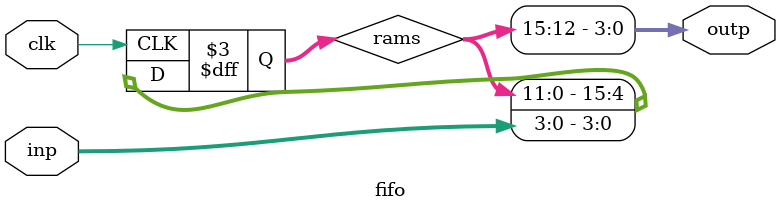
<source format=v>
`timescale 1ns / 1ps

module fifo#(
    parameter WIDTH=4,
    parameter DEPTH=4
  ) (
      input clk,

      input [WIDTH-1:0] inp,
      output [WIDTH-1:0] outp
  )/* synthesis syn_ramstyle = "registers",  synthesis syn_srlstyle = "registers" */;
    reg [WIDTH*DEPTH -1 : 0] rams; 
    integer i;
    always @(posedge clk) begin
        for (i = 0; i < DEPTH; i = i+1)
            if(i == 0)
                rams[i*WIDTH +: WIDTH] <= inp;
            else
                rams[i*WIDTH +: WIDTH] <= rams[(i-1)*WIDTH +: WIDTH];
    end
    assign outp = rams[(DEPTH - 1)*WIDTH +: WIDTH];
endmodule
</source>
